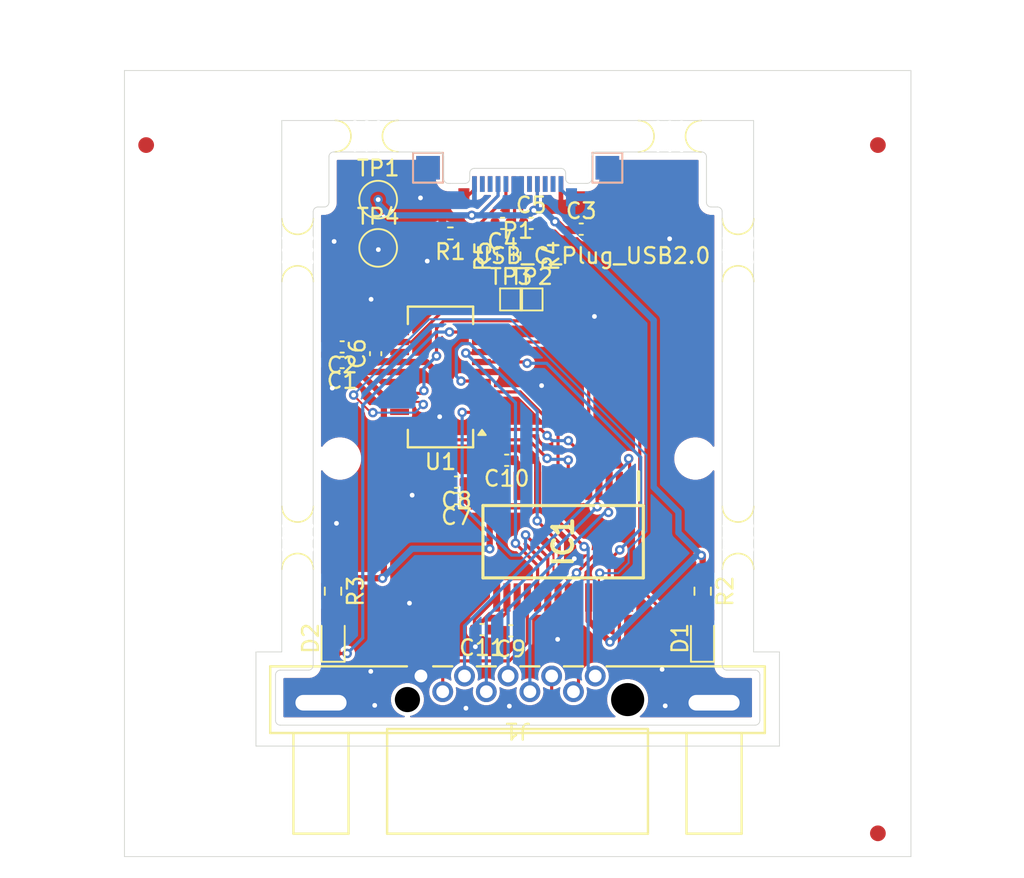
<source format=kicad_pcb>
(kicad_pcb (version 20240108) (generator "pcbnew") (generator_version "8.0")
  (layers (0 "F.Cu" signal) (31 "B.Cu" signal) (34 "B.Paste" user) (35 "F.Paste" user) (36 "B.SilkS" user "B.Silkscreen") (37 "F.SilkS" user "F.Silkscreen") (38 "B.Mask" user) (39 "F.Mask" user) (44 "Edge.Cuts" user))
  (net 0 "")
  (net 1 "Earth")
  (net 2 "VCC")
  (net 3 "/D+")
  (net 4 "/D-")
  (net 5 "3V3OUT")
  (net 6 "Net-(IC1-V-)")
  (net 7 "Net-(IC1-C1+)")
  (net 8 "Net-(IC1-C1-)")
  (net 9 "Net-(IC1-C2-)")
  (net 10 "Net-(IC1-C2+)")
  (net 11 "Net-(D1-A)")
  (net 12 "Net-(D1-K)")
  (net 13 "Net-(D2-A)")
  (net 14 "Net-(D2-K)")
  (net 15 "SLEEP#")
  (net 16 "RX")
  (net 17 "CTS")
  (net 19 "~{RI}")
  (net 20 "DTR")
  (net 21 "~{DTR}")
  (net 22 "~{RTS}")
  (net 23 "~{DSR}")
  (net 24 "TX")
  (net 25 "RTS")
  (net 26 "DSR")
  (net 27 "~{DCD}")
  (net 28 "DCD")
  (net 30 "RXD")
  (net 31 "RI")
  (net 32 "~{CTS}")
  (net 33 "TXD")
  (net 34 "Net-(P1-CC)")
  (footprint "DB9 RS232 Adapter:SOP65P780X200-28N" (layer "F.Cu") (at 235.53 97 -90)
    (property "Reference" "IC1")
    (property "Value" "SP213ECA-L_TR" (hide yes))
  )
  (footprint "TestPoint:TestPoint_Pad_1.0x1.0mm" (layer "F.Cu") (at 232.22 81.59)
    (property "Reference" "TP3")
    (property "Value" "TestPoint")
  )
  (footprint "LED_SMD:LED_0603_1608Metric" (layer "F.Cu") (at 220.9075 103.15 90)
    (property "Reference" "D2")
    (property "Value" "RXLED")
  )
  (footprint "TestPoint:TestPoint_Pad_1.0x1.0mm" (layer "F.Cu") (at 233.52 81.59)
    (property "Reference" "TP2")
    (property "Value" "TestPoint")
  )
  (footprint "Capacitor_SMD:C_0402_1005Metric" (layer "F.Cu") (at 223.61 85.04 90)
    (property "Reference" "C6")
    (property "Value" "100nF")
  )
  (footprint "Capacitor_SMD:C_0402_1005Metric" (layer "F.Cu") (at 231.68 76.75 180)
    (property "Reference" "C4")
    (property "Value" "47pF")
  )
  (footprint "Capacitor_SMD:C_0402_1005Metric" (layer "F.Cu") (at 228.75 94.26 180)
    (property "Reference" "C7")
    (property "Value" "100nF")
  )
  (footprint "Fiducial:Fiducial_1mm_Mask2mm" (layer "F.Cu") (at 209.02 71.77)
    (property "Reference" "REF**" (hide yes))
    (property "Value" "Fiducial_1mm_Mask2mm")
  )
  (footprint "Fiducial:Fiducial_1mm_Mask2mm" (layer "F.Cu") (at 255.54 115.55)
    (property "Reference" "REF**" (hide yes))
    (property "Value" "Fiducial_1mm_Mask2mm")
  )
  (footprint "Expansion_Card:mouse-bite-2mm-slot" (layer "F.Cu") (at 218.65 96.75 90)
    (property "Reference" "mouse-bite-2mm-slot" (hide yes))
    (property "Value" "VAL**" (hide yes))
  )
  (footprint "MountingHole:MountingHole_2.2mm_M2" (layer "F.Cu") (at 243.94 91.71)
    (property "Reference" "H2" (hide yes))
    (property "Value" "MountingHole")
  )
  (footprint "Resistor_SMD:R_0603_1608Metric" (layer "F.Cu") (at 220.9 100.15 -90)
    (property "Reference" "R3")
    (property "Value" "270R")
  )
  (footprint "MountingHole:JLCPCB_Tooling" (layer "F.Cu") (at 208.79 68.11)
    (property "Reference" "REF**" (hide yes))
    (property "Value" "JLCPCB_Tooling")
  )
  (footprint "Expansion_Card:mouse-bite-2mm-slot" (layer "F.Cu") (at 242.31 71.21 180)
    (property "Reference" "mouse-bite-2mm-slot" (hide yes))
    (property "Value" "VAL**" (hide yes))
  )
  (footprint "TestPoint:TestPoint_Pad_D2.0mm" (layer "F.Cu") (at 223.77 78.31)
    (property "Reference" "TP4")
    (property "Value" "TestPoint")
  )
  (footprint "Resistor_SMD:R_0603_1608Metric" (layer "F.Cu") (at 233.34 78.83 -90)
    (property "Reference" "R4")
    (property "Value" "27R")
  )
  (footprint "Expansion_Card:mouse-bite-2mm-slot" (layer "F.Cu") (at 218.65 78.45 90)
    (property "Reference" "mouse-bite-2mm-slot" (hide yes))
    (property "Value" "VAL**" (hide yes))
  )
  (footprint "Capacitor_SMD:C_0402_1005Metric" (layer "F.Cu") (at 233.5 76.75)
    (property "Reference" "C5")
    (property "Value" "47pF")
  )
  (footprint "Capacitor_SMD:C_0402_1005Metric" (layer "F.Cu") (at 228.75 93.21 180)
    (property "Reference" "C8")
    (property "Value" "100nF")
  )
  (footprint "Capacitor_SMD:C_0402_1005Metric" (layer "F.Cu") (at 232.2 102.67 180)
    (property "Reference" "C9")
    (property "Value" "100nF, 16v")
  )
  (footprint "Resistor_SMD:R_0603_1608Metric" (layer "F.Cu") (at 231.86 78.83 90)
    (property "Reference" "R5")
    (property "Value" "27R")
  )
  (footprint "Capacitor_SMD:C_0402_1005Metric" (layer "F.Cu") (at 230.37 102.59 180)
    (property "Reference" "C11")
    (property "Value" "100nF, 16v")
  )
  (footprint "Resistor_SMD:R_0603_1608Metric" (layer "F.Cu") (at 244.4 100.15 -90)
    (property "Reference" "R2")
    (property "Value" "270R")
  )
  (footprint "TestPoint:TestPoint_Pad_1.5x1.5mm" (layer "F.Cu") (at 238.34 73.21)
    (property "Reference" "TP3" (hide yes))
    (property "Value" "TestPoint")
  )
  (footprint "TestPoint:TestPoint_Pad_1.5x1.5mm" (layer "F.Cu") (at 226.94 73.21)
    (property "Reference" "TP1" (hide yes))
    (property "Value" "TestPoint")
  )
  (footprint "Resistor_SMD:R_0402_1005Metric" (layer "F.Cu") (at 228.36 77.39 180)
    (property "Reference" "R1")
    (property "Value" "5.1k")
  )
  (footprint "Expansion_Card:USB_C_Plug_Molex_105444" (layer "F.Cu") (at 232.64 74.21)
    (property "Reference" "P1")
    (property "Value" "USB_C_Plug_USB2.0")
    (fp_line (start -3.35 0) (end -4.3 0) (stroke (width 0.05)) (layer "Edge.Cuts"))
    (fp_line (start -3.05 -0.66) (end -3.05 -0.3) (stroke (width 0.05)) (layer "Edge.Cuts"))
    (fp_line (start -2.75 -0.96) (end 2.75 -0.96) (stroke (width 0.05)) (layer "Edge.Cuts"))
    (fp_line (start 3.05 -0.66) (end 3.05 -0.3) (stroke (width 0.05)) (layer "Edge.Cuts"))
    (fp_line (start 3.35 0) (end 4.3 0) (stroke (width 0.05)) (layer "Edge.Cuts"))
    (fp_arc (start -3.05 -0.66) (mid -2.962132 -0.872132) (end -2.75 -0.96) (stroke (width 0.05)) (layer "Edge.Cuts"))
    (fp_arc (start -3.05 -0.3) (mid -3.137868 -0.087868) (end -3.35 0) (stroke (width 0.05)) (layer "Edge.Cuts"))
    (fp_arc (start 2.75 -0.96) (mid 2.962132 -0.872132) (end 3.05 -0.66) (stroke (width 0.05)) (layer "Edge.Cuts"))
    (fp_arc (start 3.35 0) (mid 3.137868 -0.087868) (end 3.05 -0.3) (stroke (width 0.05)) (layer "Edge.Cuts"))
  )
  (footprint "DB9 RS232 Adapter:CONN9_K31X_KYC" (layer "F.Cu") (at 232.63 109.043 180)
    (property "Reference" "J1")
    (property "Value" "DE9_Receptacle")
  )
  (footprint "Capacitor_SMD:C_0402_1005Metric" (layer "F.Cu") (at 231.94 91.82 180)
    (property "Reference" "C10")
    (property "Value" "100nF")
  )
  (footprint "Expansion_Card:mouse-bite-2mm-slot" (layer "F.Cu") (at 246.65 78.45 90)
    (property "Reference" "mouse-bite-2mm-slot" (hide yes))
    (property "Value" "VAL**" (hide yes))
  )
  (footprint "Package_SO:SSOP-20_3.9x8.7mm_P0.635mm" (layer "F.Cu") (at 227.7325 86.52 180)
    (property "Reference" "U1")
    (property "Value" "FT231XS")
  )
  (footprint "Expansion_Card:mouse-bite-2mm-slot" (layer "F.Cu") (at 223.04 71.2 180)
    (property "Reference" "mouse-bite-2mm-slot" (hide yes))
    (property "Value" "VAL**" (hide yes))
  )
  (footprint "Capacitor_SMD:C_0402_1005Metric" (layer "F.Cu") (at 236.68 77.12)
    (property "Reference" "C3")
    (property "Value" "10nF")
  )
  (footprint "MountingHole:MountingHole_2.2mm_M2" (layer "F.Cu") (at 221.34 91.71)
    (property "Reference" "H1" (hide yes))
    (property "Value" "MountingHole")
  )
  (footprint "Capacitor_SMD:C_0402_1005Metric" (layer "F.Cu") (at 221.48 84.61 180)
    (property "Reference" "C2")
    (property "Value" "4.7uF")
  )
  (footprint "Capacitor_SMD:C_0402_1005Metric" (layer "F.Cu") (at 221.48 85.6 180)
    (property "Reference" "C1")
    (property "Value" "100nF")
  )
  (footprint "LED_SMD:LED_0603_1608Metric" (layer "F.Cu") (at 244.39 103.15 90)
    (property "Reference" "D1")
    (property "Value" "TXLED")
  )
  (footprint "TestPoint:TestPoint_Pad_D2.0mm" (layer "F.Cu") (at 223.77 75.24)
    (property "Reference" "TP1")
    (property "Value" "TestPoint")
  )
  (footprint "MountingHole:JLCPCB_Tooling" (layer "F.Cu") (at 256.71 67.96)
    (property "Reference" "REF**" (hide yes))
    (property "Value" "JLCPCB_Tooling")
  )
  (footprint "MountingHole:JLCPCB_Tooling" (layer "F.Cu") (at 208.71 115.92)
    (property "Reference" "REF**" (hide yes))
    (property "Value" "JLCPCB_Tooling")
  )
  (footprint "Expansion_Card:mouse-bite-2mm-slot" (layer "F.Cu") (at 246.65 96.75 90)
    (property "Reference" "mouse-bite-2mm-slot" (hide yes))
    (property "Value" "VAL**" (hide yes))
  )
  (footprint "Fiducial:Fiducial_1mm_Mask2mm" (layer "F.Cu") (at 255.54 71.77)
    (property "Reference" "REF**" (hide yes))
    (property "Value" "Fiducial_1mm_Mask2mm")
  )
  (footprint "TestPoint:TestPoint_Pad_1.5x1.5mm" (layer "B.Cu") (at 238.34 73.21)
    (property "Reference" "TP4" (hide yes))
    (property "Value" "TestPoint")
  )
  (footprint "TestPoint:TestPoint_Pad_1.5x1.5mm" (layer "B.Cu") (at 226.94 73.21)
    (property "Reference" "TP2" (hide yes))
    (property "Value" "TestPoint")
  )
  (gr_arc (start 219.64 104.87) (mid 219.552132 105.082132) (end 219.34 105.17) (stroke (width 0.05)) (layer "Edge.Cuts"))
  (gr_arc (start 245.34 75.71) (mid 245.552132 75.797868) (end 245.64 76.01) (stroke (width 0.05)) (layer "Edge.Cuts"))
  (gr_arc (start 220.64 72.51) (mid 220.727868 72.297868) (end 220.94 72.21) (stroke (width 0.05)) (layer "Edge.Cuts"))
  (gr_line (start 207.64 67.03) (end 207.64 117.03) (stroke (width 0.05)) (layer "Edge.Cuts"))
  (gr_arc (start 245.94 105.17) (mid 245.727868 105.082132) (end 245.64 104.87) (stroke (width 0.05)) (layer "Edge.Cuts"))
  (gr_line (start 236.94 74.21) (end 237.04 74.21) (stroke (width 0.05)) (layer "Edge.Cuts"))
  (gr_line (start 248.035 105.47) (end 248.035 108.370032) (stroke (width 0.05)) (layer "Edge.Cuts"))
  (gr_line (start 219.94 75.71) (end 220.34 75.71) (stroke (width 0.05)) (layer "Edge.Cuts"))
  (gr_arc (start 227.64 72.21) (mid 227.852132 72.297868) (end 227.94 72.51) (stroke (width 0.05)) (layer "Edge.Cuts"))
  (gr_arc (start 228.24 74.21) (mid 228.027868 74.122132) (end 227.94 73.91) (stroke (width 0.05)) (layer "Edge.Cuts"))
  (gr_line (start 227.94 73.91) (end 227.94 72.51) (stroke (width 0.05)) (layer "Edge.Cuts"))
  (gr_line (start 217.64 104.01) (end 216 104.01) (stroke (width 0.05)) (layer "Edge.Cuts"))
  (gr_line (start 237.34 73.91) (end 237.34 72.51) (stroke (width 0.05)) (layer "Edge.Cuts"))
  (gr_line (start 219.34 105.17) (end 217.545 105.17) (stroke (width 0.05)) (layer "Edge.Cuts"))
  (gr_line (start 216 104.01) (end 216 110) (stroke (width 0.05)) (layer "Edge.Cuts"))
  (gr_line (start 207.64 117.03) (end 257.64 117.03) (stroke (width 0.05)) (layer "Edge.Cuts"))
  (gr_arc (start 219.64 76.01) (mid 219.727868 75.797868) (end 219.94 75.71) (stroke (width 0.05)) (layer "Edge.Cuts"))
  (gr_line (start 247.64 70.21) (end 247.64 104.01) (stroke (width 0.05)) (layer "Edge.Cuts"))
  (gr_arc (start 220.64 75.41) (mid 220.552132 75.622132) (end 220.34 75.71) (stroke (width 0.05)) (layer "Edge.Cuts"))
  (gr_arc (start 237.34 73.91) (mid 237.252132 74.122132) (end 237.04 74.21) (stroke (width 0.05)) (layer "Edge.Cuts"))
  (gr_line (start 227.64 72.21) (end 220.94 72.21) (stroke (width 0.05)) (layer "Edge.Cuts"))
  (gr_line (start 245.64 76.01) (end 245.64 104.87) (stroke (width 0.05)) (layer "Edge.Cuts"))
  (gr_line (start 257.64 67.03) (end 257.64 117.03) (stroke (width 0.05)) (layer "Edge.Cuts"))
  (gr_arc (start 244.34 72.21) (mid 244.552132 72.297868) (end 244.64 72.51) (stroke (width 0.05)) (layer "Edge.Cuts"))
  (gr_arc (start 248.035 108.370032) (mid 247.947121 108.582143) (end 247.735 108.670032) (stroke (width 0.05)) (layer "Edge.Cuts"))
  (gr_line (start 217.64 70.21) (end 217.64 104.01) (stroke (width 0.05)) (layer "Edge.Cuts"))
  (gr_line (start 220.64 75.41) (end 220.64 72.51) (stroke (width 0.05)) (layer "Edge.Cuts"))
  (gr_line (start 219.64 76.01) (end 219.64 104.87) (stroke (width 0.05)) (layer "Edge.Cuts"))
  (gr_line (start 217.545 108.670032) (end 247.735 108.670032) (stroke (width 0.05)) (layer "Edge.Cuts"))
  (gr_arc (start 247.735 105.17) (mid 247.947132 105.257868) (end 248.035 105.47) (stroke (width 0.05)) (layer "Edge.Cuts"))
  (gr_line (start 244.64 75.41) (end 244.64 72.51) (stroke (width 0.05)) (layer "Edge.Cuts"))
  (gr_line (start 249.28 104.01) (end 247.64 104.01) (stroke (width 0.05)) (layer "Edge.Cuts"))
  (gr_line (start 244.94 75.71) (end 245.34 75.71) (stroke (width 0.05)) (layer "Edge.Cuts"))
  (gr_arc (start 217.545 108.670032) (mid 217.332857 108.582166) (end 217.245 108.370032) (stroke (width 0.05)) (layer "Edge.Cuts"))
  (gr_arc (start 217.245 105.47) (mid 217.332868 105.257868) (end 217.545 105.17) (stroke (width 0.05)) (layer "Edge.Cuts"))
  (gr_arc (start 237.34 72.51) (mid 237.427868 72.297868) (end 237.64 72.21) (stroke (width 0.05)) (layer "Edge.Cuts"))
  (gr_line (start 247.735 105.17) (end 245.94 105.17) (stroke (width 0.05)) (layer "Edge.Cuts"))
  (gr_line (start 228.24 74.21) (end 228.34 74.21) (stroke (width 0.05)) (layer "Edge.Cuts"))
  (gr_line (start 207.64 67.03) (end 257.64 67.03) (stroke (width 0.05)) (layer "Edge.Cuts"))
  (gr_arc (start 244.94 75.71) (mid 244.727868 75.622132) (end 244.64 75.41) (stroke (width 0.05)) (layer "Edge.Cuts"))
  (gr_line (start 249.28 104.01) (end 249.28 110) (stroke (width 0.05)) (layer "Edge.Cuts"))
  (gr_line (start 216 110) (end 249.28 110) (stroke (width 0.05)) (layer "Edge.Cuts"))
  (gr_line (start 237.64 72.21) (end 244.34 72.21) (stroke (width 0.05)) (layer "Edge.Cuts"))
  (gr_line (start 217.245 105.47) (end 217.245 108.370032) (stroke (width 0.05)) (layer "Edge.Cuts"))
  (gr_line (start 217.64 70.21) (end 247.64 70.21) (stroke (width 0.05)) (layer "Edge.Cuts"))
  (segment (start 233.98 76.75) (end 234.08 76.75) (width 0.2) (layer "F.Cu") (net 1))
  (segment (start 229.385788 75.09) (end 229.801011 74.674777) (width 0.2) (layer "F.Cu") (net 1))
  (segment (start 223.77 78.31) (end 223.77 78.41) (width 0.4) (layer "F.Cu") (net 1))
  (segment (start 229.22 75.09) (end 229.385788 75.09) (width 0.2) (layer "F.Cu") (net 1))
  (segment (start 234.08 76.75) (end 235.03 77.7) (width 0.2) (layer "F.Cu") (net 1))
  (segment (start 223.77 78.41) (end 223.78 78.42) (width 0.4) (layer "F.Cu") (net 1))
  (via (at 226.89 79.15) (size 0.6) (drill 0.3) (layers "F.Cu" "B.Cu") (net 1))
  (via (at 241.82 105.12) (size 0.6) (drill 0.3) (layers "F.Cu" "B.Cu") (net 1))
  (via (at 242.02 107.44) (size 0.6) (drill 0.3) (layers "F.Cu" "B.Cu") (net 1))
  (via (at 223.32 81.58) (size 0.6) (drill 0.3) (layers "F.Cu" "B.Cu") (net 1))
  (via (at 223.55 107.41) (size 0.6) (drill 0.3) (layers "F.Cu" "B.Cu") (net 1))
  (via (at 220.97 77.9) (size 0.6) (drill 0.3) (layers "F.Cu" "B.Cu") (net 1))
  (via (at 223.78 78.42) (size 0.6) (drill 0.3) (layers "F.Cu" "B.Cu") (net 1))
  (via (at 223.3 105.25) (size 0.6) (drill 0.3) (layers "F.Cu" "B.Cu") (net 1))
  (via (at 220.85 87.23) (size 0.6) (drill 0.3) (layers "F.Cu" "B.Cu") (net 1))
  (via (at 229.95 103.68) (size 0.6) (drill 0.3) (layers "F.Cu" "B.Cu") (net 1))
  (via (at 226.46 75.13) (size 0.6) (drill 0.3) (layers "F.Cu" "B.Cu") (net 1))
  (via (at 221.12 95.83) (size 0.6) (drill 0.3) (layers "F.Cu" "B.Cu") (net 1))
  (via (at 225.76 100.91) (size 0.6) (drill 0.3) (layers "F.Cu" "B.Cu") (net 1))
  (via (at 237.52 82.67) (size 0.6) (drill 0.3) (layers "F.Cu" "B.Cu") (net 1))
  (via (at 235.18 103.21) (size 0.6) (drill 0.3) (layers "F.Cu" "B.Cu") (net 1))
  (via (at 236.24 98.08) (size 0.6) (drill 0.3) (layers "F.Cu" "B.Cu") (net 1))
  (via (at 225.93 94.04) (size 0.6) (drill 0.3) (layers "F.Cu" "B.Cu") (net 1))
  (via (at 227.68 89.05) (size 0.6) (drill 0.3) (layers "F.Cu" "B.Cu") (net 1))
  (via (at 242.3 77.73) (size 0.6) (drill 0.3) (layers "F.Cu" "B.Cu") (net 1))
  (via (at 234.16 87.07) (size 0.6) (drill 0.3) (layers "F.Cu" "B.Cu") (net 1))
  (via (at 232.11 107.46) (size 0.6) (drill 0.3) (layers "F.Cu" "B.Cu") (net 1))
  (via (at 229.35 107.59) (size 0.6) (drill 0.3) (layers "F.Cu" "B.Cu") (net 1))
  (segment (start 236.06 75.09) (end 235.894212 75.09) (width 0.2) (layer "B.Cu") (net 1))
  (segment (start 235.894212 75.09) (end 235.478989 74.674777) (width 0.2) (layer "B.Cu") (net 1))
  (segment (start 235.11 76.64) (end 235.01 76.64) (width 0.2) (layer "F.Cu") (net 2))
  (segment (start 222.5625 86.2025) (end 221.96 85.6) (width 0.4) (layer "F.Cu") (net 2))
  (segment (start 231.39 75) (end 231.39 74.25) (width 0.2) (layer "F.Cu") (net 2))
  (segment (start 221.96 77.05) (end 221.96 84.61) (width 0.4) (layer "F.Cu") (net 2))
  (segment (start 231.98 94.75) (end 233.23 94.75) (width 0.4) (layer "F.Cu") (net 2))
  (segment (start 235.59 77.12) (end 235.11 76.64) (width 0.4) (layer "F.Cu") (net 2))
  (segment (start 237.155 102.03) (end 238.3725 103.2475) (width 0.4) (layer "F.Cu") (net 2))
  (segment (start 233.255 94.725) (end 233.255 93.45) (width 0.4) (layer "F.Cu") (net 2))
  (segment (start 224.1675 86.2025) (end 224.1325 86.2375) (width 0.4) (layer "F.Cu") (net 2))
  (segment (start 244.4 97.965) (end 244.4 99.325) (width 0.4) (layer "F.Cu") (net 2))
  (segment (start 238.3725 103.2475) (end 238.505 103.38) (width 0.2) (layer "F.Cu") (net 2))
  (segment (start 244.31 97.875) (end 244.4 97.965) (width 0.4) (layer "F.Cu") (net 2))
  (segment (start 224.045 99.325) (end 220.9 99.325) (width 0.4) (layer "F.Cu") (net 2))
  (segment (start 230.86 94.85) (end 230.86 97.45) (width 0.4) (layer "F.Cu") (net 2))
  (segment (start 224.1325 99.2375) (end 224.1325 87.7725) (width 0.4) (layer "F.Cu") (net 2))
  (segment (start 224.045 99.325) (end 224.1325 99.2375) (width 0.4) (layer "F.Cu") (net 2))
  (segment (start 231.98 94.75) (end 229.72 94.75) (width 0.4) (layer "F.Cu") (net 2))
  (segment (start 236.2 77.12) (end 235.59 77.12) (width 0.4) (layer "F.Cu") (net 2))
  (segment (start 230.15 76.24) (end 231.39 75) (width 0.2) (layer "F.Cu") (net 2))
  (segment (start 225.1325 86.2025) (end 224.1675 86.2025) (width 0.4) (layer "F.Cu") (net 2))
  (segment (start 225.1325 86.2025) (end 222.5625 86.2025) (width 0.4) (layer "F.Cu") (net 2))
  (segment (start 221.96 85.6) (end 221.96 84.61) (width 0.4) (layer "F.Cu") (net 2))
  (segment (start 233.665 75.925) (end 233.89 75.7) (width 0.2) (layer "F.Cu") (net 2))
  (segment (start 229.72 94.75) (end 229.23 94.26) (width 0.4) (layer "F.Cu") (net 2))
  (segment (start 230.76 94.75) (end 230.86 94.85) (width 0.4) (layer "F.Cu") (net 2))
  (segment (start 233.89 75.7) (end 233.89 74.25) (width 0.2) (layer "F.Cu") (net 2))
  (segment (start 237.155 100.55) (end 237.155 102.03) (width 0.4) (layer "F.Cu") (net 2))
  (segment (start 231.955 94.725) (end 231.98 94.75) (width 0.4) (layer "F.Cu") (net 2))
  (segment (start 229.23 93.21) (end 229.23 94.26) (width 0.4) (layer "F.Cu") (net 2))
  (segment (start 231.955 93.45) (end 231.955 94.725) (width 0.4) (layer "F.Cu") (net 2))
  (segment (start 229.72 76.24) (end 230.15 76.24) (width 0.2) (layer "F.Cu") (net 2))
  (segment (start 233.23 94.75) (end 233.255 94.725) (width 0.4) (layer "F.Cu") (net 2))
  (segment (start 223.77 75.24) (end 221.96 77.05) (width 0.4) (layer "F.Cu") (net 2))
  (segment (start 224.1325 87.7725) (end 222.5625 86.2025) (width 0.4) (layer "F.Cu") (net 2))
  (via (at 244.31 97.875) (size 0.6) (drill 0.3) (layers "F.Cu" "B.Cu") (net 2))
  (via (at 233.665 75.925) (size 0.6) (drill 0.3) (layers "F.Cu" "B.Cu") (net 2))
  (via (at 229.72 76.24) (size 0.6) (drill 0.3) (layers "F.Cu" "B.Cu") (net 2))
  (via (at 235.01 76.64) (size 0.6) (drill 0.3) (layers "F.Cu" "B.Cu") (net 2))
  (via (at 223.77 75.24) (size 0.6) (drill 0.3) (layers "F.Cu" "B.Cu") (net 2))
  (via (at 230.86 97.45) (size 0.6) (drill 0.3) (layers "F.Cu" "B.Cu") (net 2))
  (via (at 224.045 99.325) (size 0.6) (drill 0.3) (layers "F.Cu" "B.Cu") (net 2))
  (via (at 238.505 103.38) (size 0.6) (drill 0.3) (layers "F.Cu" "B.Cu") (net 2))
  (segment (start 224.507332 76.24) (end 223.77 75.502668) (width 0.4) (layer "B.Cu") (net 2))
  (segment (start 229.72 76.24) (end 230.15 76.24) (width 0.2) (layer "B.Cu") (net 2))
  (segment (start 233.89 74.25) (end 233.84 74.3) (width 0.2) (layer "B.Cu") (net 2))
  (segment (start 233.89 75.7) (end 233.89 74.25) (width 0.2) (layer "B.Cu") (net 2))
  (segment (start 225.92 97.45) (end 230.86 97.45) (width 0.4) (layer "B.Cu") (net 2))
  (segment (start 241.287 82.917) (end 235.01 76.64) (width 0.4) (layer "B.Cu") (net 2))
  (segment (start 235.11 76.64) (end 235.01 76.64) (width 0.4) (layer "B.Cu") (net 2))
  (segment (start 241.287 93.537) (end 241.287 82.917) (width 0.4) (layer "B.Cu") (net 2))
  (segment (start 244.31 97.875) (end 244.01 97.875) (width 0.4) (layer "B.Cu") (net 2))
  (segment (start 231.39 75) (end 231.39 74.25) (width 0.2) (layer "B.Cu") (net 2))
  (segment (start 233.665 75.925) (end 233.89 75.7) (width 0.2) (layer "B.Cu") (net 2))
  (segment (start 230.15 76.24) (end 231.39 75) (width 0.2) (layer "B.Cu") (net 2))
  (segment (start 242.86 96.425) (end 242.86 95.11) (width 0.4) (layer "B.Cu") (net 2))
  (segment (start 235.01 76.64) (end 234.295 75.925) (width 0.4) (layer "B.Cu") (net 2))
  (segment (start 244.31 97.875) (end 242.86 96.425) (width 0.4) (layer "B.Cu") (net 2))
  (segment (start 229.72 76.24) (end 224.507332 76.24) (width 0.4) (layer "B.Cu") (net 2))
  (segment (start 224.045 99.325) (end 225.92 97.45) (width 0.4) (layer "B.Cu") (net 2))
  (segment (start 244.01 97.875) (end 238.505 103.38) (width 0.4) (layer "B.Cu") (net 2))
  (segment (start 234.295 75.925) (end 233.665 75.925) (width 0.4) (layer "B.Cu") (net 2))
  (segment (start 233.35 76.24) (end 229.72 76.24) (width 0.4) (layer "B.Cu") (net 2))
  (segment (start 242.86 95.11) (end 241.287 93.537) (width 0.4) (layer "B.Cu") (net 2))
  (segment (start 233.665 75.925) (end 233.35 76.24) (width 0.4) (layer "B.Cu") (net 2))
  (segment (start 232.22 81.59) (end 232.22 80.015) (width 0.2) (layer "F.Cu") (net 3))
  (segment (start 232.32 76.75) (end 232.16 76.75) (width 0.2) (layer "F.Cu") (net 3))
  (segment (start 231.86 78.005) (end 231.86 77.05) (width 0.2) (layer "F.Cu") (net 3))
  (segment (start 227.205 81.59) (end 232.22 81.59) (width 0.2) (layer "F.Cu") (net 3))
  (segment (start 231.86 77.05) (end 232.16 76.75) (width 0.2) (layer "F.Cu") (net 3))
  (segment (start 232.39 74.25) (end 232.44 74.3) (width 0.2) (layer "F.Cu") (net 3))
  (segment (start 232.44 74.3) (end 232.44 76.63) (width 0.2) (layer "F.Cu") (net 3))
  (segment (start 225.1325 83.6625) (end 227.205 81.59) (width 0.2) (layer "F.Cu") (net 3))
  (segment (start 232.22 80.015) (end 231.86 79.655) (width 0.2) (layer "F.Cu") (net 3))
  (segment (start 232.44 76.63) (end 232.32 76.75) (width 0.2) (layer "F.Cu") (net 3))
  (segment (start 233.34 77.07) (end 233.02 76.75) (width 0.2) (layer "F.Cu") (net 4))
  (segment (start 232.89 74.25) (end 232.89 76.62) (width 0.2) (layer "F.Cu") (net 4))
  (segment (start 233.34 78.005) (end 233.34 77.07) (width 0.2) (layer "F.Cu") (net 4))
  (segment (start 233.01 82.4) (end 227.795 82.4) (width 0.2) (layer "F.Cu") (net 4))
  (segment (start 225.8975 84.2975) (end 225.1325 84.2975) (width 0.2) (layer "F.Cu") (net 4))
  (segment (start 227.795 82.4) (end 225.8975 84.2975) (width 0.2) (layer "F.Cu") (net 4))
  (segment (start 233.52 81.59) (end 233.52 81.89) (width 0.2) (layer "F.Cu") (net 4))
  (segment (start 232.89 76.62) (end 233.02 76.75) (width 0.2) (layer "F.Cu") (net 4))
  (segment (start 233.52 81.59) (end 233.52 79.835) (width 0.2) (layer "F.Cu") (net 4))
  (segment (start 233.52 81.89) (end 233.01 82.4) (width 0.2) (layer "F.Cu") (net 4))
  (segment (start 233.52 79.835) (end 233.34 79.655) (width 0.2) (layer "F.Cu") (net 4))
  (segment (start 229.3675 88.1075) (end 230.3325 88.1075) (width 0.4) (layer "F.Cu") (net 5))
  (segment (start 223.6575 85.5675) (end 223.61 85.52) (width 0.4) (layer "F.Cu") (net 5))
  (segment (start 224.545 85.52) (end 225.1325 84.9325) (width 0.4) (layer "F.Cu") (net 5))
  (segment (start 223.61 85.52) (end 224.545 85.52) (width 0.4) (layer "F.Cu") (net 5))
  (segment (start 225.1325 85.5675) (end 223.6575 85.5675) (width 0.4) (layer "F.Cu") (net 5))
  (segment (start 226.8275 85.5675) (end 229.3675 88.1075) (width 0.4) (layer "F.Cu") (net 5))
  (segment (start 225.1325 85.5675) (end 226.8275 85.5675) (width 0.4) (layer "F.Cu") (net 5))
  (segment (start 232.605 102.595) (end 232.68 102.67) (width 0.2) (layer "F.Cu") (net 6))
  (segment (start 232.605 100.55) (end 232.605 102.595) (width 0.2) (layer "F.Cu") (net 6))
  (segment (start 232.605 92.005) (end 232.42 91.82) (width 0.4) (layer "F.Cu") (net 7))
  (segment (start 232.605 93.45) (end 232.605 92.005) (width 0.4) (layer "F.Cu") (net 7))
  (segment (start 231.305 93.45) (end 231.305 91.975) (width 0.4) (layer "F.Cu") (net 8))
  (segment (start 231.305 91.975) (end 231.46 91.82) (width 0.4) (layer "F.Cu") (net 8))
  (segment (start 231.955 101.485) (end 230.85 102.59) (width 0.2) (layer "F.Cu") (net 9))
  (segment (start 231.955 100.55) (end 231.955 101.485) (width 0.2) (layer "F.Cu") (net 9))
  (segment (start 231.305 100.55) (end 229.89 101.965) (width 0.2) (layer "F.Cu") (net 10))
  (segment (start 229.89 101.965) (end 229.89 102.59) (width 0.2) (layer "F.Cu") (net 10))
  (segment (start 244.39 100.985) (end 244.4 100.975) (width 0.4) (layer "F.Cu") (net 11))
  (segment (start 244.39 102.3625) (end 244.39 100.985) (width 0.4) (layer "F.Cu") (net 11))
  (segment (start 225.22 87.56) (end 225.1325 87.4725) (width 0.2) (layer "F.Cu") (net 12))
  (segment (start 240.4 88.454315) (end 234.895685 82.95) (width 0.2) (layer "F.Cu") (net 12))
  (segment (start 240.4 99.9475) (end 240.4 88.454315) (width 0.2) (layer "F.Cu") (net 12))
  (segment (start 244.39 103.9375) (end 240.4 99.9475) (width 0.2) (layer "F.Cu") (net 12))
  (segment (start 227.48 83.411471) (end 227.48 85.23) (width 0.2) (layer "F.Cu") (net 12))
  (segment (start 234.895685 82.95) (end 227.941471 82.95) (width 0.2) (layer "F.Cu") (net 12))
  (segment (start 226.68 87.39) (end 226.51 87.56) (width 0.2) (layer "F.Cu") (net 12))
  (segment (start 227.941471 82.95) (end 227.48 83.411471) (width 0.2) (layer "F.Cu") (net 12))
  (segment (start 226.51 87.56) (end 225.22 87.56) (width 0.2) (layer "F.Cu") (net 12))
  (segment (start 227.48 85.23) (end 227.48 85.19) (width 0.2) (layer "F.Cu") (net 12))
  (segment (start 227.48 85.19) (end 227.49 85.18) (width 0.2) (layer "F.Cu") (net 12))
  (via (at 227.48 85.19) (size 0.6) (drill 0.3) (layers "F.Cu" "B.Cu") (net 12))
  (via (at 226.68 87.39) (size 0.6) (drill 0.3) (layers "F.Cu" "B.Cu") (net 12))
  (segment (start 227.49 85.18) (end 226.68 85.99) (width 0.2) (layer "B.Cu") (net 12))
  (segment (start 226.68 85.99) (end 226.68 87.39) (width 0.2) (layer "B.Cu") (net 12))
  (segment (start 220.9075 100.9825) (end 220.9 100.975) (width 0.4) (layer "F.Cu") (net 13))
  (segment (start 220.9075 102.3625) (end 220.9075 100.9825) (width 0.4) (layer "F.Cu") (net 13))
  (segment (start 221.8 104.11) (end 221.08 104.11) (width 0.2) (layer "F.Cu") (net 14))
  (segment (start 228.3025 83.6625) (end 230.3325 83.6625) (width 0.2) (layer "F.Cu") (net 14))
  (segment (start 221.08 104.11) (end 220.9075 103.9375) (width 0.2) (layer "F.Cu") (net 14))
  (via (at 228.3025 83.6625) (size 0.6) (drill 0.3) (layers "F.Cu" "B.Cu") (net 14))
  (via (at 221.8 104.11) (size 0.6) (drill 0.3) (layers "F.Cu" "B.Cu") (net 14))
  (segment (start 227.4475 83.6625) (end 228.3025 83.6625) (width 0.2) (layer "B.Cu") (net 14))
  (segment (start 222.79 88.32) (end 227.4475 83.6625) (width 0.2) (layer "B.Cu") (net 14))
  (segment (start 222.79 103.12) (end 222.79 88.32) (width 0.2) (layer "B.Cu") (net 14))
  (segment (start 221.8 104.11) (end 222.79 103.12) (width 0.2) (layer "B.Cu") (net 14))
  (segment (start 226.4775 88.1075) (end 225.1325 88.1075) (width 0.127) (layer "F.Cu") (net 15))
  (segment (start 237.805 99.05) (end 237.805 100.55) (width 0.127) (layer "F.Cu") (net 15))
  (segment (start 223.31 88.79) (end 223.41 88.79) (width 0.127) (layer "F.Cu") (net 15))
  (segment (start 222.19 87.67) (end 222.21 87.67) (width 0.2) (layer "F.Cu") (net 15))
  (segment (start 226.64 88.27) (end 226.4775 88.1075) (width 0.127) (layer "F.Cu") (net 15))
  (segment (start 237.855 99) (end 237.805 99.05) (width 0.127) (layer "F.Cu") (net 15))
  (segment (start 237.9665 100.7115) (end 237.805 100.55) (width 0.127) (layer "F.Cu") (net 15))
  (segment (start 223.41 88.79) (end 223.4325 88.79) (width 0.127) (layer "F.Cu") (net 15))
  (segment (start 222.19 87.67) (end 223.31 88.79) (width 0.127) (layer "F.Cu") (net 15))
  (via (at 237.855 99) (size 0.6) (drill 0.3) (layers "F.Cu" "B.Cu") (net 15))
  (via (at 222.21 87.67) (size 0.6) (drill 0.3) (layers "F.Cu" "B.Cu") (net 15))
  (via (at 223.4325 88.79) (size 0.6) (drill 0.3) (layers "F.Cu" "B.Cu") (net 15))
  (via (at 226.64 88.27) (size 0.6) (drill 0.3) (layers "F.Cu" "B.Cu") (net 15))
  (segment (start 222.21 87.65) (end 227.01 82.85) (width 0.127) (layer "B.Cu") (net 15))
  (segment (start 222.19 87.67) (end 222.19 87.65) (width 0.127) (layer "B.Cu") (net 15))
  (segment (start 239.6935 98.3365) (end 239.03 99) (width 0.127) (layer "B.Cu") (net 15))
  (segment (start 232.192596 82.85) (end 240.8235 91.480904) (width 0.127) (layer "B.Cu") (net 15))
  (segment (start 239.03 99) (end 237.855 99) (width 0.127) (layer "B.Cu") (net 15))
  (segment (start 222.19 87.67) (end 222.19 87.67) (width 0.127) (layer "B.Cu") (net 15))
  (segment (start 226.12 88.79) (end 226.64 88.27) (width 0.127) (layer "B.Cu") (net 15))
  (segment (start 227.01 82.85) (end 232.192596 82.85) (width 0.127) (layer "B.Cu") (net 15))
  (segment (start 240.8235 96.340566) (end 239.6935 97.470566) (width 0.127) (layer "B.Cu") (net 15))
  (segment (start 222.19 87.65) (end 222.21 87.65) (width 0.127) (layer "B.Cu") (net 15))
  (segment (start 240.8235 91.480904) (end 240.8235 96.340566) (width 0.127) (layer "B.Cu") (net 15))
  (segment (start 239.6935 97.470566) (end 239.6935 98.3365) (width 0.127) (layer "B.Cu") (net 15))
  (segment (start 223.4325 88.79) (end 226.12 88.79) (width 0.127) (layer "B.Cu") (net 15))
  (segment (start 239.105 105.415) (end 239.105 100.55) (width 0.2) (layer "F.Cu") (net 16))
  (segment (start 237.0166 107.5034) (end 239.105 105.415) (width 0.2) (layer "F.Cu") (net 16))
  (segment (start 234.8 106.51621) (end 235.78719 107.5034) (width 0.2) (layer "F.Cu") (net 16))
  (segment (start 235.78719 107.5034) (end 237.0166 107.5034) (width 0.2) (layer "F.Cu") (net 16))
  (segment (start 234.8 105.542999) (end 234.8 106.51621) (width 0.2) (layer "F.Cu") (net 16))
  (segment (start 237.694679 93.560321) (end 237.805 93.45) (width 0.2) (layer "F.Cu") (net 17))
  (segment (start 237.694679 94.779937) (end 237.694679 93.560321) (width 0.2) (layer "F.Cu") (net 17))
  (via (at 237.694679 94.779937) (size 0.6) (drill 0.3) (layers "F.Cu" "B.Cu") (net 17))
  (segment (start 237.694679 94.779937) (end 230.645001 101.829615) (width 0.2) (layer "B.Cu") (net 17))
  (segment (start 230.645001 101.829615) (end 230.645001 106.543) (width 0.2) (layer "B.Cu") (net 17))
  (segment (start 229.04 86.78) (end 230.275 86.78) (width 0.2) (layer "F.Cu") (net 19))
  (segment (start 233.88 95.67) (end 235.28 97.07) (width 0.2) (layer "F.Cu") (net 19))
  (segment (start 235.855 99.45) (end 235.855 100.55) (width 0.2) (layer "F.Cu") (net 19))
  (segment (start 235.28 97.07) (end 235.28 98.875) (width 0.2) (layer "F.Cu") (net 19))
  (segment (start 230.275 86.78) (end 230.3325 86.8375) (width 0.2) (layer "F.Cu") (net 19))
  (segment (start 235.28 98.875) (end 235.855 99.45) (width 0.2) (layer "F.Cu") (net 19))
  (via (at 233.88 95.67) (size 0.6) (drill 0.3) (layers "F.Cu" "B.Cu") (net 19))
  (via (at 229.04 86.78) (size 0.6) (drill 0.3) (layers "F.Cu" "B.Cu") (net 19))
  (segment (start 233.88 88.691471) (end 229.588529 84.4) (width 0.2) (layer "B.Cu") (net 19))
  (segment (start 229.588529 84.4) (end 229.091471 84.4) (width 0.2) (layer "B.Cu") (net 19))
  (segment (start 228.74 84.751471) (end 228.74 86.48) (width 0.2) (layer "B.Cu") (net 19))
  (segment (start 233.88 95.67) (end 233.88 88.691471) (width 0.2) (layer "B.Cu") (net 19))
  (segment (start 229.091471 84.4) (end 228.74 84.751471) (width 0.2) (layer "B.Cu") (net 19))
  (segment (start 228.74 86.48) (end 229.04 86.78) (width 0.2) (layer "B.Cu") (net 19))
  (segment (start 239.695 91.715) (end 239.755 91.775) (width 0.2) (layer "F.Cu") (net 20))
  (segment (start 239.755 91.775) (end 239.755 93.45) (width 0.2) (layer "F.Cu") (net 20))
  (via (at 239.695 91.715) (size 0.6) (drill 0.3) (layers "F.Cu" "B.Cu") (net 20))
  (segment (start 239.695 91.925) (end 229.26 102.36) (width 0.2) (layer "B.Cu") (net 20))
  (segment (start 229.26 102.36) (end 229.26 105.542999) (width 0.2) (layer "B.Cu") (net 20))
  (segment (start 239.695 91.715) (end 239.695 91.925) (width 0.2) (layer "B.Cu") (net 20))
  (segment (start 234.12 89.86) (end 231.67 89.86) (width 0.2) (layer "F.Cu") (net 21))
  (segment (start 236.505 93.45) (end 236.505 91.215) (width 0.2) (layer "F.Cu") (net 21))
  (segment (start 234.51 90.25) (end 234.12 89.86) (width 0.2) (layer "F.Cu") (net 21))
  (segment (start 230.3325 89.3775) (end 231.1875 89.3775) (width 0.2) (layer "F.Cu") (net 21))
  (segment (start 236.505 91.215) (end 235.86 90.57) (width 0.2) (layer "F.Cu") (net 21))
  (segment (start 231.1875 89.3775) (end 231.67 89.86) (width 0.2) (layer "F.Cu") (net 21))
  (via (at 235.86 90.57) (size 0.6) (drill 0.3) (layers "F.Cu" "B.Cu") (net 21))
  (via (at 234.51 90.25) (size 0.6) (drill 0.3) (layers "F.Cu" "B.Cu") (net 21))
  (segment (start 235.86 90.57) (end 234.83 90.57) (width 0.2) (layer "B.Cu") (net 21))
  (segment (start 234.83 90.57) (end 234.51 90.25) (width 0.2) (layer "B.Cu") (net 21))
  (segment (start 234.555 97.985) (end 234.555 100.55) (width 0.2) (layer "F.Cu") (net 22))
  (segment (start 233.14 96.57) (end 234.555 97.985) (width 0.2) (layer "F.Cu") (net 22))
  (segment (start 230.305 88.77) (end 230.3325 88.7425) (width 0.2) (layer "F.Cu") (net 22))
  (segment (start 229.11 88.77) (end 230.305 88.77) (width 0.2) (layer "F.Cu") (net 22))
  (via (at 229.11 88.77) (size 0.6) (drill 0.3) (layers "F.Cu" "B.Cu") (net 22))
  (via (at 233.14 96.57) (size 0.6) (drill 0.3) (layers "F.Cu" "B.Cu") (net 22))
  (segment (start 233.14 96.57) (end 233.14 97.458529) (width 0.2) (layer "B.Cu") (net 22))
  (segment (start 229.11 94.708529) (end 229.11 88.77) (width 0.2) (layer "B.Cu") (net 22))
  (segment (start 232.251471 97.85) (end 229.11 94.708529) (width 0.2) (layer "B.Cu") (net 22))
  (segment (start 232.748529 97.85) (end 232.251471 97.85) (width 0.2) (layer "B.Cu") (net 22))
  (segment (start 233.14 97.458529) (end 232.748529 97.85) (width 0.2) (layer "B.Cu") (net 22))
  (segment (start 233.1575 85.5675) (end 233.24 85.65) (width 0.2) (layer "F.Cu") (net 23))
  (segment (start 230.3325 85.5675) (end 233.1575 85.5675) (width 0.2) (layer "F.Cu") (net 23))
  (segment (start 238.455 98.195) (end 239.13 97.52) (width 0.2) (layer "F.Cu") (net 23))
  (segment (start 238.455 100.55) (end 238.455 98.195) (width 0.2) (layer "F.Cu") (net 23))
  (via (at 239.13 97.52) (size 0.6) (drill 0.3) (layers "F.Cu" "B.Cu") (net 23))
  (via (at 233.24 85.65) (size 0.6) (drill 0.3) (layers "F.Cu" "B.Cu") (net 23))
  (segment (start 234.478529 85.65) (end 240.46 91.631471) (width 0.2) (layer "B.Cu") (net 23))
  (segment (start 233.24 85.65) (end 234.478529 85.65) (width 0.2) (layer "B.Cu") (net 23))
  (segment (start 240.46 96.19) (end 239.13 97.52) (width 0.2) (layer "B.Cu") (net 23))
  (segment (start 240.46 91.631471) (end 240.46 96.19) (width 0.2) (layer "B.Cu") (net 23))
  (segment (start 238.411306 95.135534) (end 238.38 95.104228) (width 0.2) (layer "F.Cu") (net 24))
  (segment (start 238.38 95.104228) (end 238.38 93.525) (width 0.2) (layer "F.Cu") (net 24))
  (segment (start 238.38 93.525) (end 238.455 93.45) (width 0.2) (layer "F.Cu") (net 24))
  (via (at 238.411306 95.135534) (size 0.6) (drill 0.3) (layers "F.Cu" "B.Cu") (net 24))
  (segment (start 232.03 101.291471) (end 232.03 105.542999) (width 0.2) (layer "B.Cu") (net 24))
  (segment (start 238.411306 95.135534) (end 238.187611 95.135534) (width 0.2) (layer "B.Cu") (net 24))
  (segment (start 238.187611 95.135534) (end 237.943208 95.379937) (width 0.2) (layer "B.Cu") (net 24))
  (segment (start 237.943208 95.379937) (end 237.941534 95.379937) (width 0.2) (layer "B.Cu") (net 24))
  (segment (start 237.941534 95.379937) (end 232.03 101.291471) (width 0.2) (layer "B.Cu") (net 24))
  (segment (start 239.11 96.26) (end 239.11 93.455) (width 0.2) (layer "F.Cu") (net 25))
  (segment (start 239.11 93.455) (end 239.105 93.45) (width 0.2) (layer "F.Cu") (net 25))
  (segment (start 236.38 98.99) (end 239.11 96.26) (width 0.2) (layer "F.Cu") (net 25))
  (via (at 236.38 98.99) (size 0.6) (drill 0.3) (layers "F.Cu" "B.Cu") (net 25))
  (segment (start 233.415001 106.543) (end 233.415001 101.954999) (width 0.2) (layer "B.Cu") (net 25))
  (segment (start 233.415001 101.954999) (end 236.38 98.99) (width 0.2) (layer "B.Cu") (net 25))
  (segment (start 236.505 106.223001) (end 236.505 100.55) (width 0.2) (layer "F.Cu") (net 26))
  (segment (start 236.185001 106.543) (end 236.505 106.223001) (width 0.2) (layer "F.Cu") (net 26))
  (segment (start 229.34 85) (end 230.265 85) (width 0.2) (layer "F.Cu") (net 27))
  (segment (start 230.265 85) (end 230.3325 84.9325) (width 0.2) (layer "F.Cu") (net 27))
  (segment (start 233.905 98.505) (end 233.905 100.55) (width 0.2) (layer "F.Cu") (net 27))
  (segment (start 232.5 97.1) (end 233.905 98.505) (width 0.2) (layer "F.Cu") (net 27))
  (via (at 232.5 97.1) (size 0.6) (drill 0.3) (layers "F.Cu" "B.Cu") (net 27))
  (via (at 229.34 85) (size 0.6) (drill 0.3) (layers "F.Cu" "B.Cu") (net 27))
  (segment (start 229.34 85) (end 232.5 88.16) (width 0.2) (layer "B.Cu") (net 27))
  (segment (start 232.5 88.16) (end 232.5 97.1) (width 0.2) (layer "B.Cu") (net 27))
  (segment (start 234.555 95.005) (end 234.555 93.45) (width 0.2) (layer "F.Cu") (net 28))
  (segment (start 236.86 97.31) (end 234.555 95.005) (width 0.2) (layer "F.Cu") (net 28))
  (via (at 236.86 97.31) (size 0.6) (drill 0.3) (layers "F.Cu" "B.Cu") (net 28))
  (segment (start 237.04 97.31) (end 237.12 97.39) (width 0.2) (layer "B.Cu") (net 28))
  (segment (start 237.12 105.093) (end 237.569999 105.542999) (width 0.2) (layer "B.Cu") (net 28))
  (segment (start 236.86 97.31) (end 237.04 97.31) (width 0.2) (layer "B.Cu") (net 28))
  (segment (start 237.12 97.39) (end 237.12 105.093) (width 0.2) (layer "B.Cu") (net 28))
  (segment (start 235.205 93.45) (end 235.205 89.875) (width 0.2) (layer "F.Cu") (net 30))
  (segment (start 232.8025 87.4725) (end 230.3325 87.4725) (width 0.2) (layer "F.Cu") (net 30))
  (segment (start 235.205 89.875) (end 232.8025 87.4725) (width 0.2) (layer "F.Cu") (net 30))
  (segment (start 233.255 100.55) (end 233.255 103.435) (width 0.2) (layer "F.Cu") (net 31))
  (segment (start 233.255 103.435) (end 232.107401 104.582599) (width 0.2) (layer "F.Cu") (net 31))
  (segment (start 228.862189 104.582599) (end 227.875002 105.569786) (width 0.2) (layer "F.Cu") (net 31))
  (segment (start 232.107401 104.582599) (end 228.862189 104.582599) (width 0.2) (layer "F.Cu") (net 31))
  (segment (start 227.875002 105.569786) (end 227.875002 106.543) (width 0.2) (layer "F.Cu") (net 31))
  (segment (start 237.155 85.775) (end 235.6775 84.2975) (width 0.2) (layer "F.Cu") (net 32))
  (segment (start 237.155 93.45) (end 237.155 85.775) (width 0.2) (layer "F.Cu") (net 32))
  (segment (start 235.6775 84.2975) (end 230.3325 84.2975) (width 0.2) (layer "F.Cu") (net 32))
  (segment (start 226.275 90.52) (end 225.1325 89.3775) (width 0.2) (layer "F.Cu") (net 33))
  (segment (start 235.855 93.45) (end 235.855 91.81) (width 0.2) (layer "F.Cu") (net 33))
  (segment (start 235.805 91.76) (end 235.855 91.81) (width 0.2) (layer "F.Cu") (net 33))
  (segment (start 233.33147 90.52) (end 226.275 90.52) (width 0.2) (layer "F.Cu") (net 33))
  (segment (start 234.510735 91.699265) (end 233.33147 90.52) (width 0.2) (layer "F.Cu") (net 33))
  (via (at 235.855 91.81) (size 0.6) (drill 0.3) (layers "F.Cu" "B.Cu") (net 33))
  (via (at 234.510735 91.699265) (size 0.6) (drill 0.3) (layers "F.Cu" "B.Cu") (net 33))
  (segment (start 234.57147 91.76) (end 234.510735 91.699265) (width 0.2) (layer "B.Cu") (net 33))
  (segment (start 235.805 91.76) (end 234.57147 91.76) (width 0.2) (layer "B.Cu") (net 33))
  (segment (start 229.623866 77.39) (end 228.87 77.39) (width 0.2) (layer "F.Cu") (net 34))
  (segment (start 231.89 75.123866) (end 229.623866 77.39) (width 0.2) (layer "F.Cu") (net 34))
  (segment (start 231.89 74.25) (end 231.89 75.123866) (width 0.2) (layer "F.Cu") (net 34))
  (zone (net 1) (net_name "Earth") (layers "F&B.Cu") (priority 1) (connect_pads (clearance 0.1)) (min_thickness 0.1) (fill yes (thermal_gap 0.5) (thermal_bridge_width 0.5) (island_removal_mode 1) (island_area_min 10))
    (polygon (pts (xy 246.11 71.84) (xy 246.19 104.21) (xy 248.5 104.58) (xy 248.7 109.4) (xy 216.51 109.39) (xy 216.49 104.51) (xy 218.5 104.12) (xy 219.09 71.5)))
    (polygon (pts (xy 231.97 101.83) (xy 232.22 102.03) (xy 232.26 101.63) (xy 232.24 101.55) (xy 232.239354 101.550645) (xy 232.24 101.54)))
  )
)
</source>
